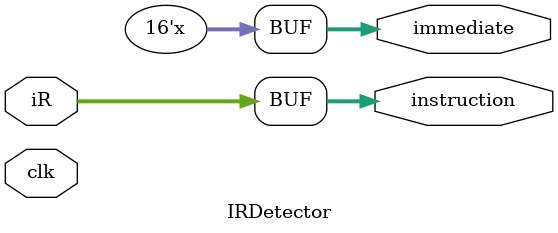
<source format=v>
module IRDetector (
    input [15:0] iR,
    input clk,
    output reg [15:0] instruction,
    immediate
);
	reg flag;
	reg [15:0] prevReg;

	initial begin
		flag = 0;
    	immediate = 0;
		prevReg = 0;
	end


  always @(iR) begin
		if (flag) begin
			immediate   = iR;
			instruction = 16'b0000011111111000;
			instruction[6:3] = prevReg[6:3];
			flag = 0;
		end else begin
			instruction = iR;
		end 

    if (instruction[2] == 1'b1) begin
			flag = 1;
			prevReg=instruction;
		end
  end


endmodule
</source>
